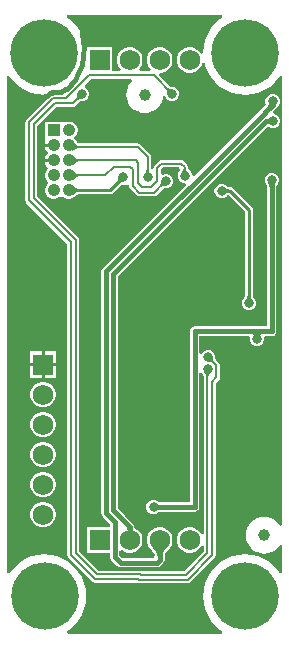
<source format=gbr>
G04*
G04 #@! TF.GenerationSoftware,Altium Limited,Altium Designer,24.5.2 (23)*
G04*
G04 Layer_Physical_Order=2*
G04 Layer_Color=16711680*
%FSLAX25Y25*%
%MOIN*%
G70*
G04*
G04 #@! TF.SameCoordinates,31991F0E-98CA-4A4E-B794-B5AF52ABA4E1*
G04*
G04*
G04 #@! TF.FilePolarity,Positive*
G04*
G01*
G75*
%ADD11C,0.01000*%
%ADD25C,0.03937*%
%ADD45C,0.00800*%
%ADD48C,0.03150*%
%ADD50C,0.01500*%
%ADD51C,0.22441*%
%ADD52R,0.06890X0.06890*%
%ADD53C,0.06890*%
%ADD54R,0.06890X0.06890*%
%ADD55C,0.04200*%
%ADD56R,0.04200X0.04200*%
G36*
X73189Y206575D02*
X72514Y206161D01*
X70851Y204740D01*
X69430Y203076D01*
X68287Y201211D01*
X67450Y199190D01*
X66939Y197063D01*
X66767Y194882D01*
X66780Y194722D01*
X65996Y194479D01*
X65641Y195095D01*
X64850Y195885D01*
X63883Y196444D01*
X62803Y196733D01*
X61685D01*
X60606Y196444D01*
X59638Y195885D01*
X58847Y195095D01*
X58289Y194127D01*
X57999Y193047D01*
Y191929D01*
X58289Y190850D01*
X58847Y189882D01*
X59638Y189091D01*
X60606Y188533D01*
X61685Y188243D01*
X62803D01*
X63883Y188533D01*
X64850Y189091D01*
X65641Y189882D01*
X66200Y190850D01*
X66390Y191560D01*
X67215Y191549D01*
X67450Y190574D01*
X68287Y188553D01*
X69430Y186687D01*
X70851Y185024D01*
X72514Y183603D01*
X74379Y182460D01*
X76401Y181623D01*
X78528Y181112D01*
X80709Y180940D01*
X82890Y181112D01*
X85017Y181623D01*
X87038Y182460D01*
X88903Y183603D01*
X90567Y185024D01*
X91988Y186687D01*
X92374Y187319D01*
X93174Y187093D01*
Y37404D01*
X92374Y37204D01*
X92221Y37492D01*
X91459Y38420D01*
X90530Y39182D01*
X89471Y39748D01*
X88321Y40097D01*
X87126Y40215D01*
X85931Y40097D01*
X84781Y39748D01*
X83722Y39182D01*
X82793Y38420D01*
X82031Y37492D01*
X81465Y36432D01*
X81116Y35283D01*
X80999Y34087D01*
X81116Y32892D01*
X81465Y31743D01*
X82031Y30683D01*
X82793Y29755D01*
X83722Y28993D01*
X84781Y28427D01*
X85931Y28078D01*
X87126Y27960D01*
X88321Y28078D01*
X89471Y28427D01*
X90530Y28993D01*
X91459Y29755D01*
X92221Y30683D01*
X92374Y30971D01*
X93174Y30771D01*
Y21568D01*
X92374Y21342D01*
X91988Y21974D01*
X90567Y23638D01*
X88903Y25058D01*
X87038Y26201D01*
X85017Y27039D01*
X82890Y27549D01*
X80709Y27721D01*
X78528Y27549D01*
X76401Y27039D01*
X74379Y26201D01*
X72514Y25058D01*
X70851Y23638D01*
X69430Y21974D01*
X68287Y20109D01*
X67450Y18088D01*
X66939Y15960D01*
X66767Y13780D01*
X66939Y11599D01*
X67450Y9471D01*
X68287Y7450D01*
X69430Y5585D01*
X70851Y3921D01*
X72514Y2501D01*
X73126Y2125D01*
X72901Y1326D01*
X21587D01*
X21362Y2125D01*
X21974Y2501D01*
X23638Y3921D01*
X25058Y5585D01*
X26201Y7450D01*
X27039Y9471D01*
X27549Y11599D01*
X27721Y13780D01*
X27549Y15960D01*
X27039Y18088D01*
X26201Y20109D01*
X25058Y21974D01*
X23638Y23638D01*
X21974Y25058D01*
X20109Y26201D01*
X18088Y27039D01*
X15960Y27549D01*
X13780Y27721D01*
X11599Y27549D01*
X9471Y27039D01*
X7450Y26201D01*
X5585Y25058D01*
X3921Y23638D01*
X2501Y21974D01*
X2125Y21362D01*
X1326Y21587D01*
Y187074D01*
X2125Y187300D01*
X2501Y186687D01*
X3921Y185024D01*
X5585Y183603D01*
X7450Y182460D01*
X9471Y181623D01*
X11599Y181112D01*
X13780Y180940D01*
X15081Y181043D01*
X15438Y180269D01*
X7835Y172665D01*
X7570Y172268D01*
X7476Y171800D01*
Y145800D01*
X7570Y145332D01*
X7835Y144935D01*
X21476Y131293D01*
Y27537D01*
X21570Y27069D01*
X21835Y26672D01*
X29872Y18635D01*
X30269Y18370D01*
X30737Y18277D01*
X44709D01*
X44869Y18170D01*
X45337Y18077D01*
X61563D01*
X62031Y18170D01*
X62428Y18435D01*
X70565Y26572D01*
X70830Y26969D01*
X70924Y27437D01*
Y84793D01*
X71965Y85835D01*
X72230Y86232D01*
X72324Y86700D01*
Y90800D01*
X72230Y91268D01*
X71965Y91665D01*
X70960Y92671D01*
X70946Y92689D01*
X70917Y92739D01*
X70889Y92801D01*
X70862Y92876D01*
X70838Y92965D01*
X70817Y93070D01*
X70802Y93191D01*
X70793Y93326D01*
X70790Y93496D01*
X70775Y93568D01*
Y93972D01*
X70413Y94845D01*
X69745Y95513D01*
X68872Y95875D01*
X67928D01*
X67055Y95513D01*
X66387Y94845D01*
X66280Y94588D01*
X65480Y94748D01*
Y100520D01*
X81997D01*
X82325Y100029D01*
Y99084D01*
X82687Y98211D01*
X83355Y97543D01*
X84228Y97182D01*
X85172D01*
X86045Y97543D01*
X86713Y98211D01*
X87075Y99084D01*
Y100029D01*
X87403Y100520D01*
X89600D01*
X90205Y100640D01*
X90718Y100982D01*
X91060Y101495D01*
X91180Y102100D01*
Y150450D01*
X91189Y150518D01*
X91204Y150603D01*
X91221Y150671D01*
X91239Y150723D01*
X91254Y150759D01*
X91267Y150781D01*
X91273Y150790D01*
X91308Y150829D01*
X91338Y150880D01*
X91613Y151155D01*
X91975Y152028D01*
Y152972D01*
X91613Y153845D01*
X90945Y154513D01*
X90072Y154875D01*
X89128D01*
X88255Y154513D01*
X87587Y153845D01*
X87225Y152972D01*
Y152028D01*
X87587Y151155D01*
X87862Y150880D01*
X87892Y150829D01*
X87927Y150790D01*
X87933Y150781D01*
X87946Y150759D01*
X87961Y150723D01*
X87979Y150671D01*
X87996Y150603D01*
X88009Y150529D01*
X88020Y150419D01*
Y103680D01*
X63900D01*
X63295Y103560D01*
X62783Y103217D01*
X62440Y102705D01*
X62320Y102100D01*
Y45080D01*
X52250D01*
X52182Y45089D01*
X52097Y45104D01*
X52029Y45121D01*
X51977Y45139D01*
X51941Y45155D01*
X51919Y45167D01*
X51910Y45173D01*
X51871Y45208D01*
X51820Y45238D01*
X51545Y45513D01*
X50672Y45875D01*
X49728D01*
X48855Y45513D01*
X48187Y44845D01*
X47825Y43972D01*
Y43028D01*
X48187Y42155D01*
X48855Y41487D01*
X49728Y41125D01*
X50672D01*
X51545Y41487D01*
X51820Y41762D01*
X51871Y41792D01*
X51910Y41827D01*
X51919Y41833D01*
X51941Y41846D01*
X51977Y41861D01*
X52029Y41879D01*
X52097Y41896D01*
X52171Y41909D01*
X52281Y41920D01*
X63900D01*
X64505Y42040D01*
X65017Y42382D01*
X65360Y42895D01*
X65480Y43500D01*
Y88060D01*
X66280Y88219D01*
X66286Y88206D01*
X66425Y88067D01*
X66519Y87943D01*
X66691Y87684D01*
X66747Y87583D01*
X66795Y87484D01*
X66832Y87395D01*
X66857Y87317D01*
X66873Y87251D01*
X66877Y87226D01*
Y68363D01*
Y34554D01*
X66076Y34340D01*
X65641Y35095D01*
X64850Y35885D01*
X63883Y36444D01*
X62803Y36733D01*
X61685D01*
X60606Y36444D01*
X59638Y35885D01*
X58847Y35095D01*
X58289Y34127D01*
X57999Y33047D01*
Y31929D01*
X58289Y30850D01*
X58847Y29882D01*
X59638Y29091D01*
X60606Y28533D01*
X61685Y28243D01*
X62803D01*
X63883Y28533D01*
X64850Y29091D01*
X65641Y29882D01*
X66076Y30636D01*
X66877Y30422D01*
Y28607D01*
X60393Y22124D01*
X46428D01*
X46268Y22230D01*
X45800Y22323D01*
X31907D01*
X25523Y28707D01*
Y132600D01*
X25430Y133068D01*
X25165Y133465D01*
X11524Y147107D01*
Y170631D01*
X17770Y176876D01*
X23300D01*
X23768Y176970D01*
X24165Y177235D01*
X25571Y178640D01*
X25589Y178654D01*
X25639Y178683D01*
X25701Y178711D01*
X25776Y178738D01*
X25865Y178762D01*
X25970Y178783D01*
X26091Y178798D01*
X26226Y178807D01*
X26396Y178810D01*
X26469Y178825D01*
X26872D01*
X27745Y179187D01*
X28413Y179855D01*
X28775Y180728D01*
Y181672D01*
X28413Y182545D01*
X27745Y183213D01*
X27413Y183351D01*
X27225Y184295D01*
X29205Y186274D01*
X42780D01*
X43066Y185474D01*
X42893Y185333D01*
X42131Y184404D01*
X41565Y183345D01*
X41216Y182195D01*
X41099Y181000D01*
X41216Y179805D01*
X41565Y178655D01*
X42131Y177596D01*
X42893Y176667D01*
X43822Y175905D01*
X44881Y175339D01*
X46031Y174990D01*
X47226Y174873D01*
X48421Y174990D01*
X49571Y175339D01*
X50630Y175905D01*
X51559Y176667D01*
X52321Y177596D01*
X52887Y178655D01*
X53236Y179805D01*
X53310Y180561D01*
X54117Y180589D01*
X54411Y179879D01*
X55079Y179211D01*
X55952Y178849D01*
X56896D01*
X57769Y179211D01*
X58437Y179879D01*
X58799Y180752D01*
Y181696D01*
X58437Y182569D01*
X57769Y183237D01*
X56896Y183599D01*
X56493D01*
X56420Y183614D01*
X56250Y183617D01*
X56115Y183626D01*
X55994Y183641D01*
X55889Y183662D01*
X55800Y183686D01*
X55725Y183713D01*
X55663Y183741D01*
X55613Y183770D01*
X55595Y183784D01*
X51935Y187443D01*
X52266Y188243D01*
X52803D01*
X53883Y188533D01*
X54851Y189091D01*
X55641Y189882D01*
X56200Y190850D01*
X56489Y191929D01*
Y193047D01*
X56200Y194127D01*
X55641Y195095D01*
X54851Y195885D01*
X53883Y196444D01*
X52803Y196733D01*
X51685D01*
X50606Y196444D01*
X49638Y195885D01*
X48847Y195095D01*
X48289Y194127D01*
X47999Y193047D01*
Y191929D01*
X48289Y190850D01*
X48847Y189882D01*
X49208Y189521D01*
X48876Y188721D01*
X45612D01*
X45280Y189521D01*
X45641Y189882D01*
X46200Y190850D01*
X46489Y191929D01*
Y193047D01*
X46200Y194127D01*
X45641Y195095D01*
X44851Y195885D01*
X43883Y196444D01*
X42803Y196733D01*
X41685D01*
X40606Y196444D01*
X39638Y195885D01*
X38847Y195095D01*
X38289Y194127D01*
X37999Y193047D01*
Y191929D01*
X38289Y190850D01*
X38847Y189882D01*
X39208Y189521D01*
X38876Y188721D01*
X36489D01*
Y196733D01*
X28245Y196733D01*
X27826Y196932D01*
X27487Y197321D01*
X27039Y199190D01*
X26201Y201211D01*
X25058Y203076D01*
X23638Y204740D01*
X21974Y206161D01*
X21299Y206575D01*
X21524Y207375D01*
X72964D01*
X73189Y206575D01*
D02*
G37*
G36*
X55059Y183164D02*
X55168Y183086D01*
X55286Y183017D01*
X55415Y182957D01*
X55555Y182907D01*
X55705Y182867D01*
X55865Y182835D01*
X56036Y182814D01*
X56217Y182801D01*
X56408Y182799D01*
X54849Y181240D01*
X54847Y181431D01*
X54834Y181612D01*
X54813Y181783D01*
X54782Y181943D01*
X54741Y182093D01*
X54691Y182233D01*
X54631Y182362D01*
X54562Y182480D01*
X54484Y182589D01*
X54396Y182686D01*
X54962Y183252D01*
X55059Y183164D01*
D02*
G37*
G36*
X26384Y179625D02*
X26193Y179622D01*
X26012Y179610D01*
X25841Y179589D01*
X25681Y179558D01*
X25531Y179517D01*
X25391Y179467D01*
X25262Y179407D01*
X25144Y179338D01*
X25036Y179260D01*
X24938Y179172D01*
X24372Y179738D01*
X24460Y179835D01*
X24538Y179944D01*
X24607Y180062D01*
X24667Y180191D01*
X24717Y180331D01*
X24757Y180481D01*
X24789Y180641D01*
X24810Y180812D01*
X24823Y180993D01*
X24825Y181184D01*
X26384Y179625D01*
D02*
G37*
G36*
X90635Y151301D02*
X90575Y151217D01*
X90523Y151122D01*
X90477Y151017D01*
X90438Y150901D01*
X90406Y150776D01*
X90382Y150640D01*
X90364Y150494D01*
X90354Y150337D01*
X90350Y150170D01*
X88850D01*
X88846Y150337D01*
X88818Y150640D01*
X88794Y150776D01*
X88762Y150901D01*
X88723Y151017D01*
X88677Y151122D01*
X88625Y151217D01*
X88565Y151301D01*
X88498Y151375D01*
X90702D01*
X90635Y151301D01*
D02*
G37*
G36*
X86950Y101350D02*
X86665Y101335D01*
X86410Y101290D01*
X86185Y101215D01*
X85990Y101110D01*
X85825Y100975D01*
X85694Y100814D01*
X85735Y100756D01*
X85802Y100681D01*
X85621D01*
X85585Y100615D01*
X85510Y100390D01*
X85465Y100135D01*
X85450Y99850D01*
X83950D01*
X83935Y100135D01*
X83890Y100390D01*
X83815Y100615D01*
X83779Y100681D01*
X83598D01*
X83665Y100756D01*
X83706Y100814D01*
X83575Y100975D01*
X83410Y101110D01*
X83215Y101215D01*
X82990Y101290D01*
X82735Y101335D01*
X82450Y101350D01*
X84700Y102850D01*
X86950Y101350D01*
D02*
G37*
G36*
X69977Y93293D02*
X69990Y93112D01*
X70011Y92941D01*
X70043Y92781D01*
X70083Y92631D01*
X70133Y92491D01*
X70193Y92362D01*
X70262Y92244D01*
X70340Y92136D01*
X70428Y92038D01*
X69862Y91472D01*
X69765Y91560D01*
X69656Y91638D01*
X69538Y91707D01*
X69409Y91767D01*
X69269Y91817D01*
X69119Y91857D01*
X68959Y91889D01*
X68788Y91910D01*
X68607Y91922D01*
X68416Y91925D01*
X69975Y93484D01*
X69977Y93293D01*
D02*
G37*
G36*
X69250Y88297D02*
X69108Y88182D01*
X68980Y88065D01*
X68868Y87945D01*
X68770Y87823D01*
X68688Y87699D01*
X68620Y87573D01*
X68568Y87444D01*
X68530Y87313D01*
X68507Y87180D01*
X68500Y87045D01*
X67700Y87150D01*
X67694Y87276D01*
X67674Y87405D01*
X67643Y87539D01*
X67598Y87675D01*
X67541Y87816D01*
X67471Y87960D01*
X67388Y88109D01*
X67184Y88416D01*
X67063Y88575D01*
X69250Y88297D01*
D02*
G37*
G36*
X51399Y44535D02*
X51483Y44475D01*
X51578Y44423D01*
X51683Y44377D01*
X51799Y44338D01*
X51924Y44306D01*
X52060Y44282D01*
X52206Y44264D01*
X52363Y44254D01*
X52530Y44250D01*
Y42750D01*
X52363Y42746D01*
X52060Y42718D01*
X51924Y42694D01*
X51799Y42662D01*
X51683Y42623D01*
X51578Y42577D01*
X51483Y42524D01*
X51399Y42465D01*
X51325Y42398D01*
Y44602D01*
X51399Y44535D01*
D02*
G37*
%LPC*%
G36*
X90372Y181075D02*
X89428D01*
X88555Y180713D01*
X87887Y180045D01*
X87525Y179172D01*
Y178228D01*
X87747Y177691D01*
X87723Y177658D01*
X85786Y175721D01*
X63775Y153710D01*
X62975Y154041D01*
Y154472D01*
X62613Y155345D01*
X62328Y155631D01*
X62287Y155693D01*
X62169Y155815D01*
X62080Y155917D01*
X62005Y156013D01*
X61946Y156102D01*
X61899Y156182D01*
X61865Y156254D01*
X61842Y156318D01*
X61827Y156374D01*
X61823Y156396D01*
Y156800D01*
X61730Y157268D01*
X61465Y157665D01*
X60365Y158765D01*
X59968Y159030D01*
X59500Y159124D01*
X52800D01*
X52332Y159030D01*
X51935Y158765D01*
X50635Y157465D01*
X50370Y157068D01*
X50276Y156600D01*
X49477Y156229D01*
X49452Y156249D01*
X49424Y156316D01*
Y160200D01*
X49330Y160668D01*
X49065Y161065D01*
X45765Y164365D01*
X45368Y164630D01*
X44900Y164724D01*
X25256D01*
X25210Y164733D01*
X25154Y164754D01*
X25090Y164787D01*
X25017Y164838D01*
X24935Y164910D01*
X24844Y165008D01*
X24747Y165132D01*
X24645Y165285D01*
X24530Y165485D01*
X24480Y165542D01*
X24292Y165869D01*
X24110Y166051D01*
X23842Y166588D01*
X24110Y167126D01*
X24292Y167307D01*
X24674Y167969D01*
X24871Y168706D01*
Y169470D01*
X24674Y170208D01*
X24292Y170869D01*
X23752Y171409D01*
X23091Y171791D01*
X22353Y171988D01*
X21589D01*
X20852Y171791D01*
X20671Y171686D01*
X19871Y171988D01*
Y171988D01*
X14071D01*
Y166188D01*
X14071D01*
X14142Y165388D01*
X14083Y165285D01*
X13896Y164588D01*
X16971D01*
Y163588D01*
X13896D01*
X14083Y162892D01*
X14491Y162185D01*
X14558Y162118D01*
X15050Y161588D01*
X14558Y161058D01*
X14491Y160992D01*
X14083Y160285D01*
X13896Y159588D01*
X16971D01*
Y158588D01*
X13896D01*
X14083Y157892D01*
X14491Y157185D01*
X14696Y156979D01*
X15049Y156572D01*
X14686Y155904D01*
X14651Y155869D01*
X14269Y155208D01*
X14071Y154470D01*
Y153706D01*
X14269Y152969D01*
X14651Y152307D01*
X14832Y152126D01*
X15101Y151588D01*
X14832Y151051D01*
X14651Y150869D01*
X14269Y150207D01*
X14071Y149470D01*
Y148706D01*
X14269Y147969D01*
X14651Y147308D01*
X15191Y146768D01*
X15852Y146386D01*
X16590Y146188D01*
X17353D01*
X18091Y146386D01*
X18752Y146768D01*
X18934Y146949D01*
X19471Y147218D01*
X20009Y146949D01*
X20191Y146768D01*
X20852Y146386D01*
X21589Y146188D01*
X22353D01*
X23091Y146386D01*
X23752Y146768D01*
X23978Y146993D01*
X24040Y147034D01*
X24215Y147204D01*
X24369Y147340D01*
X24516Y147456D01*
X24654Y147551D01*
X24783Y147627D01*
X24901Y147684D01*
X25008Y147725D01*
X25104Y147752D01*
X25168Y147763D01*
X35808D01*
X36315Y147864D01*
X36745Y148151D01*
X39372Y150778D01*
X39392Y150793D01*
X39451Y150831D01*
X39514Y150864D01*
X39582Y150893D01*
X39658Y150918D01*
X39741Y150937D01*
X39834Y150952D01*
X39937Y150961D01*
X40076Y150964D01*
X40145Y150980D01*
X40546D01*
X41177Y151241D01*
X41976Y150853D01*
Y150600D01*
X42070Y150132D01*
X42335Y149735D01*
X44635Y147435D01*
X45032Y147170D01*
X45500Y147076D01*
X50400D01*
X50868Y147170D01*
X51265Y147435D01*
X53424Y149594D01*
X53441Y149606D01*
X53484Y149630D01*
X53536Y149653D01*
X53600Y149673D01*
X53678Y149690D01*
X53770Y149702D01*
X53878Y149709D01*
X53887Y149709D01*
X53904Y149702D01*
X54081D01*
X54161Y149696D01*
X54207Y149702D01*
X54849D01*
X55722Y150063D01*
X56390Y150731D01*
X56751Y151604D01*
Y152549D01*
X56390Y153422D01*
X55722Y154090D01*
X54849Y154451D01*
X53904D01*
X53523Y154294D01*
X52723Y154827D01*
Y156093D01*
X53307Y156676D01*
X58686D01*
X58755Y156632D01*
X58808Y156587D01*
X59084Y155876D01*
X59031Y155815D01*
X58913Y155693D01*
X58872Y155631D01*
X58587Y155345D01*
X58225Y154472D01*
Y153528D01*
X58587Y152655D01*
X59255Y151987D01*
X60128Y151625D01*
X60559D01*
X60890Y150825D01*
X33283Y123217D01*
X32940Y122705D01*
X32820Y122100D01*
Y120700D01*
Y41400D01*
X32940Y40795D01*
X33283Y40282D01*
X35669Y37896D01*
Y36733D01*
X27999D01*
Y28243D01*
X35669D01*
Y26951D01*
X35789Y26346D01*
X36132Y25833D01*
X38083Y23882D01*
X38595Y23540D01*
X39200Y23420D01*
X51300D01*
X51905Y23540D01*
X52417Y23882D01*
X53417Y24882D01*
X53760Y25395D01*
X53880Y26000D01*
Y27259D01*
X53911Y27431D01*
X53970Y27635D01*
X54058Y27856D01*
X54177Y28094D01*
X54329Y28347D01*
X54508Y28606D01*
X54994Y29197D01*
X55287Y29506D01*
X55324Y29565D01*
X55641Y29882D01*
X56200Y30850D01*
X56489Y31929D01*
Y33047D01*
X56200Y34127D01*
X55641Y35095D01*
X54851Y35885D01*
X53883Y36444D01*
X52803Y36733D01*
X51685D01*
X50606Y36444D01*
X49638Y35885D01*
X48847Y35095D01*
X48289Y34127D01*
X47999Y33047D01*
Y31929D01*
X48289Y30850D01*
X48847Y29882D01*
X49256Y29473D01*
X49299Y29410D01*
X49604Y29108D01*
X49860Y28828D01*
X50082Y28558D01*
X50269Y28300D01*
X50421Y28055D01*
X50541Y27824D01*
X50629Y27608D01*
X50688Y27408D01*
X50697Y27359D01*
X50262Y26580D01*
X39855D01*
X38830Y27605D01*
Y28768D01*
X39630Y29100D01*
X39638Y29091D01*
X40606Y28533D01*
X41685Y28243D01*
X42803D01*
X43883Y28533D01*
X44851Y29091D01*
X45641Y29882D01*
X46200Y30850D01*
X46489Y31929D01*
Y33047D01*
X46200Y34127D01*
X45641Y35095D01*
X44851Y35885D01*
X43883Y36444D01*
X43824Y36459D01*
Y36756D01*
X43704Y37361D01*
X43362Y37873D01*
X40773Y40462D01*
X40667Y40621D01*
X38280Y43007D01*
Y120493D01*
X88265Y170477D01*
X88555Y170187D01*
X89428Y169825D01*
X90372D01*
X91245Y170187D01*
X91913Y170855D01*
X92275Y171728D01*
Y172672D01*
X91913Y173545D01*
X91245Y174213D01*
X90372Y174575D01*
X90241D01*
X89910Y175375D01*
X91018Y176482D01*
X91119Y176635D01*
X91245Y176687D01*
X91913Y177355D01*
X92275Y178228D01*
Y179172D01*
X91913Y180045D01*
X91245Y180713D01*
X90372Y181075D01*
D02*
G37*
G36*
X73372Y151275D02*
X72428D01*
X71555Y150913D01*
X70887Y150245D01*
X70525Y149372D01*
Y148428D01*
X70887Y147555D01*
X71555Y146887D01*
X72428Y146525D01*
X73372D01*
X74245Y146887D01*
X74529Y147170D01*
X74589Y147209D01*
X74689Y147305D01*
X74768Y147371D01*
X74844Y147426D01*
X74918Y147471D01*
X74988Y147507D01*
X75057Y147535D01*
X75125Y147556D01*
X75194Y147571D01*
X75195Y147572D01*
X80674Y142092D01*
Y113718D01*
X80671Y113693D01*
X80656Y113625D01*
X80635Y113557D01*
X80607Y113488D01*
X80571Y113418D01*
X80526Y113344D01*
X80471Y113268D01*
X80405Y113189D01*
X80309Y113089D01*
X80270Y113029D01*
X79987Y112745D01*
X79625Y111872D01*
Y110928D01*
X79987Y110055D01*
X80655Y109387D01*
X81528Y109025D01*
X82472D01*
X83345Y109387D01*
X84013Y110055D01*
X84375Y110928D01*
Y111872D01*
X84013Y112745D01*
X83730Y113029D01*
X83691Y113089D01*
X83595Y113189D01*
X83529Y113268D01*
X83474Y113344D01*
X83429Y113418D01*
X83393Y113488D01*
X83365Y113557D01*
X83344Y113625D01*
X83329Y113693D01*
X83325Y113718D01*
Y142641D01*
X83225Y143148D01*
X82937Y143578D01*
X76678Y149837D01*
X76248Y150125D01*
X75741Y150225D01*
X75218D01*
X75194Y150229D01*
X75125Y150244D01*
X75057Y150265D01*
X74988Y150293D01*
X74918Y150329D01*
X74844Y150374D01*
X74768Y150429D01*
X74689Y150495D01*
X74589Y150591D01*
X74529Y150630D01*
X74245Y150913D01*
X73372Y151275D01*
D02*
G37*
G36*
X17845Y95445D02*
X13900D01*
Y91500D01*
X17845D01*
Y95445D01*
D02*
G37*
G36*
X12900D02*
X8955D01*
Y91500D01*
X12900D01*
Y95445D01*
D02*
G37*
G36*
X17845Y90500D02*
X13900D01*
Y86555D01*
X17845D01*
Y90500D01*
D02*
G37*
G36*
X12900D02*
X8955D01*
Y86555D01*
X12900D01*
Y90500D01*
D02*
G37*
G36*
X13959Y85245D02*
X12841D01*
X11761Y84956D01*
X10794Y84397D01*
X10003Y83606D01*
X9444Y82639D01*
X9155Y81559D01*
Y80441D01*
X9444Y79361D01*
X10003Y78394D01*
X10794Y77603D01*
X11761Y77044D01*
X12841Y76755D01*
X13959D01*
X15039Y77044D01*
X16006Y77603D01*
X16797Y78394D01*
X17356Y79361D01*
X17645Y80441D01*
Y81559D01*
X17356Y82639D01*
X16797Y83606D01*
X16006Y84397D01*
X15039Y84956D01*
X13959Y85245D01*
D02*
G37*
G36*
Y75245D02*
X12841D01*
X11761Y74956D01*
X10794Y74397D01*
X10003Y73606D01*
X9444Y72638D01*
X9155Y71559D01*
Y70441D01*
X9444Y69362D01*
X10003Y68394D01*
X10794Y67603D01*
X11761Y67044D01*
X12841Y66755D01*
X13959D01*
X15039Y67044D01*
X16006Y67603D01*
X16797Y68394D01*
X17356Y69362D01*
X17645Y70441D01*
Y71559D01*
X17356Y72638D01*
X16797Y73606D01*
X16006Y74397D01*
X15039Y74956D01*
X13959Y75245D01*
D02*
G37*
G36*
Y65245D02*
X12841D01*
X11761Y64956D01*
X10794Y64397D01*
X10003Y63606D01*
X9444Y62638D01*
X9155Y61559D01*
Y60441D01*
X9444Y59361D01*
X10003Y58394D01*
X10794Y57603D01*
X11761Y57044D01*
X12841Y56755D01*
X13959D01*
X15039Y57044D01*
X16006Y57603D01*
X16797Y58394D01*
X17356Y59361D01*
X17645Y60441D01*
Y61559D01*
X17356Y62638D01*
X16797Y63606D01*
X16006Y64397D01*
X15039Y64956D01*
X13959Y65245D01*
D02*
G37*
G36*
Y55245D02*
X12841D01*
X11761Y54956D01*
X10794Y54397D01*
X10003Y53606D01*
X9444Y52639D01*
X9155Y51559D01*
Y50441D01*
X9444Y49362D01*
X10003Y48394D01*
X10794Y47603D01*
X11761Y47044D01*
X12841Y46755D01*
X13959D01*
X15039Y47044D01*
X16006Y47603D01*
X16797Y48394D01*
X17356Y49362D01*
X17645Y50441D01*
Y51559D01*
X17356Y52639D01*
X16797Y53606D01*
X16006Y54397D01*
X15039Y54956D01*
X13959Y55245D01*
D02*
G37*
G36*
Y45245D02*
X12841D01*
X11761Y44956D01*
X10794Y44397D01*
X10003Y43606D01*
X9444Y42638D01*
X9155Y41559D01*
Y40441D01*
X9444Y39362D01*
X10003Y38394D01*
X10794Y37603D01*
X11761Y37044D01*
X12841Y36755D01*
X13959D01*
X15039Y37044D01*
X16006Y37603D01*
X16797Y38394D01*
X17356Y39362D01*
X17645Y40441D01*
Y41559D01*
X17356Y42638D01*
X16797Y43606D01*
X16006Y44397D01*
X15039Y44956D01*
X13959Y45245D01*
D02*
G37*
%LPD*%
G36*
X90605Y177292D02*
X89344Y175983D01*
X88138Y176899D01*
X88254Y177021D01*
X88354Y177139D01*
X88436Y177252D01*
X88502Y177360D01*
X88550Y177463D01*
X88582Y177562D01*
X88597Y177656D01*
X88594Y177745D01*
X88575Y177829D01*
X88538Y177909D01*
X90605Y177292D01*
D02*
G37*
G36*
X23951Y164855D02*
X24085Y164655D01*
X24223Y164478D01*
X24366Y164324D01*
X24513Y164195D01*
X24666Y164089D01*
X24823Y164006D01*
X24985Y163947D01*
X25151Y163912D01*
X25323Y163900D01*
X25084Y163100D01*
X24958Y163092D01*
X24814Y163066D01*
X24652Y163024D01*
X24471Y162965D01*
X24054Y162796D01*
X23563Y162560D01*
X22999Y162257D01*
X23823Y165079D01*
X23951Y164855D01*
D02*
G37*
G36*
X23678Y160355D02*
X24075Y160012D01*
X24266Y159873D01*
X24451Y159756D01*
X24630Y159659D01*
X24804Y159584D01*
X24973Y159531D01*
X25135Y159499D01*
X25293Y159488D01*
Y158688D01*
X25135Y158677D01*
X24973Y158645D01*
X24804Y158592D01*
X24630Y158517D01*
X24451Y158421D01*
X24266Y158303D01*
X24075Y158164D01*
X23879Y158003D01*
X23471Y157618D01*
Y160558D01*
X23678Y160355D01*
D02*
G37*
G36*
X61007Y156337D02*
X61028Y156205D01*
X61063Y156072D01*
X61112Y155939D01*
X61176Y155805D01*
X61253Y155670D01*
X61344Y155535D01*
X61449Y155399D01*
X61569Y155262D01*
X61702Y155125D01*
X59498D01*
X59631Y155262D01*
X59750Y155399D01*
X59856Y155535D01*
X59947Y155670D01*
X60024Y155805D01*
X60088Y155939D01*
X60137Y156072D01*
X60172Y156205D01*
X60193Y156337D01*
X60200Y156468D01*
X61000D01*
X61007Y156337D01*
D02*
G37*
G36*
X48607Y155691D02*
X48628Y155559D01*
X48663Y155427D01*
X48712Y155293D01*
X48776Y155159D01*
X48853Y155025D01*
X48944Y154889D01*
X49049Y154753D01*
X49169Y154616D01*
X49302Y154479D01*
X47098D01*
X47231Y154616D01*
X47350Y154753D01*
X47456Y154889D01*
X47547Y155025D01*
X47624Y155159D01*
X47688Y155293D01*
X47737Y155427D01*
X47772Y155559D01*
X47793Y155691D01*
X47800Y155823D01*
X48600D01*
X48607Y155691D01*
D02*
G37*
G36*
X23678Y155355D02*
X24075Y155013D01*
X24266Y154873D01*
X24451Y154756D01*
X24630Y154659D01*
X24804Y154585D01*
X24973Y154531D01*
X25135Y154499D01*
X25293Y154488D01*
Y153688D01*
X25135Y153677D01*
X24973Y153645D01*
X24804Y153592D01*
X24630Y153517D01*
X24451Y153421D01*
X24266Y153303D01*
X24075Y153164D01*
X23879Y153003D01*
X23471Y152618D01*
Y155558D01*
X23678Y155355D01*
D02*
G37*
G36*
X40058Y151780D02*
X39893Y151776D01*
X39734Y151762D01*
X39582Y151738D01*
X39437Y151703D01*
X39298Y151658D01*
X39166Y151603D01*
X39040Y151537D01*
X38921Y151461D01*
X38809Y151374D01*
X38704Y151277D01*
X37996Y151984D01*
X38094Y152090D01*
X38180Y152202D01*
X38256Y152321D01*
X38322Y152446D01*
X38378Y152578D01*
X38423Y152717D01*
X38458Y152863D01*
X38482Y153015D01*
X38496Y153173D01*
X38499Y153339D01*
X40058Y151780D01*
D02*
G37*
G36*
X54219Y150509D02*
X54034Y150523D01*
X53859Y150525D01*
X53692Y150515D01*
X53535Y150494D01*
X53388Y150461D01*
X53250Y150417D01*
X53122Y150362D01*
X53003Y150295D01*
X52893Y150217D01*
X52793Y150127D01*
X52280Y150745D01*
X52365Y150840D01*
X52443Y150946D01*
X52514Y151064D01*
X52578Y151192D01*
X52634Y151332D01*
X52683Y151484D01*
X52725Y151646D01*
X52760Y151820D01*
X52807Y152202D01*
X54219Y150509D01*
D02*
G37*
G36*
X23660Y150374D02*
X24032Y150064D01*
X24215Y149937D01*
X24396Y149831D01*
X24575Y149743D01*
X24752Y149676D01*
X24927Y149627D01*
X25100Y149598D01*
X25271Y149588D01*
Y148588D01*
X25100Y148579D01*
X24927Y148549D01*
X24752Y148501D01*
X24575Y148433D01*
X24396Y148346D01*
X24215Y148239D01*
X24032Y148113D01*
X23847Y147967D01*
X23660Y147802D01*
X23471Y147618D01*
Y150558D01*
X23660Y150374D01*
D02*
G37*
G36*
X42996Y36585D02*
X43028Y36171D01*
X43047Y36067D01*
X43070Y35979D01*
X43097Y35908D01*
X43128Y35855D01*
X43164Y35817D01*
X43204Y35797D01*
X41284D01*
X41324Y35817D01*
X41360Y35855D01*
X41391Y35908D01*
X41418Y35979D01*
X41442Y36067D01*
X41460Y36171D01*
X41475Y36292D01*
X41492Y36585D01*
X41494Y36756D01*
X42994D01*
X42996Y36585D01*
D02*
G37*
G36*
X54382Y29738D02*
X53856Y29098D01*
X53642Y28789D01*
X53461Y28486D01*
X53313Y28190D01*
X53198Y27900D01*
X53116Y27617D01*
X53066Y27341D01*
X53050Y27072D01*
X51550Y27047D01*
X51533Y27320D01*
X51483Y27597D01*
X51399Y27879D01*
X51282Y28166D01*
X51131Y28458D01*
X50946Y28755D01*
X50728Y29056D01*
X50477Y29362D01*
X50192Y29673D01*
X49873Y29989D01*
X54695Y30068D01*
X54382Y29738D01*
D02*
G37*
G36*
X74144Y149888D02*
X74266Y149785D01*
X74391Y149695D01*
X74518Y149617D01*
X74648Y149551D01*
X74781Y149496D01*
X74916Y149454D01*
X75054Y149424D01*
X75195Y149406D01*
X75338Y149400D01*
Y148400D01*
X75195Y148394D01*
X75054Y148376D01*
X74916Y148346D01*
X74781Y148304D01*
X74648Y148249D01*
X74518Y148183D01*
X74391Y148105D01*
X74266Y148014D01*
X74144Y147912D01*
X74025Y147798D01*
Y150002D01*
X74144Y149888D01*
D02*
G37*
G36*
X82506Y113695D02*
X82524Y113554D01*
X82554Y113416D01*
X82596Y113281D01*
X82651Y113148D01*
X82717Y113018D01*
X82795Y112891D01*
X82885Y112766D01*
X82988Y112644D01*
X83102Y112525D01*
X80898D01*
X81012Y112644D01*
X81115Y112766D01*
X81205Y112891D01*
X81283Y113018D01*
X81349Y113148D01*
X81404Y113281D01*
X81446Y113416D01*
X81476Y113554D01*
X81494Y113695D01*
X81500Y113838D01*
X82500D01*
X82506Y113695D01*
D02*
G37*
D11*
X35808Y149088D02*
X40074Y153355D01*
X21971Y149088D02*
X35808D01*
X75741Y148900D02*
X82000Y142641D01*
Y111400D02*
Y142641D01*
X72900Y148900D02*
X75741D01*
D25*
X87126Y34087D02*
D03*
X47226Y181000D02*
D03*
D45*
X10300Y171137D02*
X17263Y178100D01*
X23300D02*
X26400Y181200D01*
X17263Y178100D02*
X23300D01*
X8700Y145800D02*
Y171800D01*
Y145800D02*
X22700Y131800D01*
X16600Y179700D02*
X17200D01*
X8700Y171800D02*
X16600Y179700D01*
X17300Y179800D02*
X21000D01*
X17200Y179700D02*
X17300Y179800D01*
X10300Y146600D02*
Y171137D01*
X28698Y187498D02*
X49918D01*
X21000Y179800D02*
X28698Y187498D01*
X68100Y89400D02*
X68275Y89575D01*
X68100Y68363D02*
Y89400D01*
X68275Y89575D02*
X68299Y89552D01*
X10300Y146600D02*
X24300Y132600D01*
Y28200D02*
Y132600D01*
X22700Y27537D02*
Y131800D01*
X68400Y93500D02*
X71100Y90800D01*
Y86700D02*
Y90800D01*
X69700Y85300D02*
X71100Y86700D01*
X69700Y27437D02*
Y85300D01*
X68100Y28100D02*
Y68363D01*
X60900Y20900D02*
X68100Y28100D01*
X30737Y19500D02*
X45137D01*
X45337Y19300D02*
X61563D01*
X22700Y27537D02*
X30737Y19500D01*
X45137D02*
X45337Y19300D01*
X61563D02*
X69700Y27437D01*
X49918Y187498D02*
X50015Y187400D01*
X50248D01*
X56424Y181224D01*
X24300Y28200D02*
X31400Y21100D01*
X45800D01*
X46000Y20900D01*
X60900D01*
X60600Y154000D02*
Y156800D01*
X59500Y157900D02*
X60600Y156800D01*
X52800Y157900D02*
X59500D01*
X51500Y156600D02*
X52800Y157900D01*
X51500Y152200D02*
Y156600D01*
X49400Y150100D02*
X51500Y152200D01*
X46500Y150100D02*
X49400D01*
X50400Y148300D02*
X54176Y152076D01*
X45500Y148300D02*
X50400D01*
X43200Y150600D02*
X45500Y148300D01*
X45000Y151600D02*
X46500Y150100D01*
X45000Y151600D02*
Y158300D01*
X44212Y159088D02*
X45000Y158300D01*
X43200Y150600D02*
Y156100D01*
X42400Y156900D02*
X43200Y156100D01*
X21971Y159088D02*
X44212D01*
X21971Y164088D02*
X22559Y163500D01*
X44900D01*
X48200Y160200D01*
Y153355D02*
Y160200D01*
X54176Y152076D02*
X54376D01*
X37000Y156900D02*
X42400D01*
X34188Y154088D02*
X37000Y156900D01*
X21971Y154088D02*
X34188D01*
D48*
X29232Y198461D02*
D03*
X26772Y203382D02*
D03*
X90748Y95114D02*
D03*
Y85272D02*
D03*
X88287Y80350D02*
D03*
X90748Y75429D02*
D03*
Y65587D02*
D03*
X88287Y60665D02*
D03*
X90748Y55744D02*
D03*
X88287Y50823D02*
D03*
X90748Y45902D02*
D03*
Y26217D02*
D03*
X85827Y114799D02*
D03*
X83366Y80350D02*
D03*
X85827Y65587D02*
D03*
Y55744D02*
D03*
X83366Y50823D02*
D03*
X85827Y45902D02*
D03*
X83366Y40980D02*
D03*
X78445Y60665D02*
D03*
X80905Y55744D02*
D03*
X78445Y50823D02*
D03*
X80905Y45902D02*
D03*
X78445Y40980D02*
D03*
Y31138D02*
D03*
X75984Y55744D02*
D03*
X73524Y50823D02*
D03*
X75984Y45902D02*
D03*
X73524Y40980D02*
D03*
X75984Y36059D02*
D03*
X73524Y31138D02*
D03*
X66142Y203382D02*
D03*
X63681Y198461D02*
D03*
X61221Y203382D02*
D03*
X58760Y198461D02*
D03*
X61221Y104957D02*
D03*
X58760Y100035D02*
D03*
Y90193D02*
D03*
X56299Y203382D02*
D03*
X53839Y198461D02*
D03*
X56299Y104957D02*
D03*
X53839Y100035D02*
D03*
X56299Y95114D02*
D03*
X53839Y90193D02*
D03*
X51378Y203382D02*
D03*
X48917Y198461D02*
D03*
X51378Y144327D02*
D03*
Y104957D02*
D03*
X48917Y90193D02*
D03*
X46457Y203382D02*
D03*
X43996Y198461D02*
D03*
Y168933D02*
D03*
Y119720D02*
D03*
X41535Y203382D02*
D03*
X39075Y198461D02*
D03*
Y178776D02*
D03*
X41535Y134484D02*
D03*
Y114799D02*
D03*
X36614Y203382D02*
D03*
X34154Y198461D02*
D03*
X36614Y173854D02*
D03*
X31693Y203382D02*
D03*
X29232Y139406D02*
D03*
X31693Y134484D02*
D03*
X29232Y129563D02*
D03*
X31693Y124642D02*
D03*
X29232Y119720D02*
D03*
Y80350D02*
D03*
X19390Y119720D02*
D03*
Y109878D02*
D03*
Y80350D02*
D03*
Y40980D02*
D03*
Y31138D02*
D03*
X16929Y55744D02*
D03*
Y45902D02*
D03*
Y36059D02*
D03*
X14469Y31138D02*
D03*
X9547Y178776D02*
D03*
Y139406D02*
D03*
Y129563D02*
D03*
Y31138D02*
D03*
X4626Y178776D02*
D03*
Y139406D02*
D03*
X7087Y134484D02*
D03*
X4626Y129563D02*
D03*
X7087Y124642D02*
D03*
Y36059D02*
D03*
X4626Y31138D02*
D03*
X89600Y152500D02*
D03*
X84700Y99557D02*
D03*
X50200Y43500D02*
D03*
X68299Y89552D02*
D03*
X87900Y158500D02*
D03*
X48100Y169200D02*
D03*
X89900Y172200D02*
D03*
Y178700D02*
D03*
X68400Y93500D02*
D03*
X56424Y181224D02*
D03*
X26400Y181200D02*
D03*
X69374Y97488D02*
D03*
X84800Y84200D02*
D03*
X49200Y97600D02*
D03*
X60600Y154000D02*
D03*
X54376Y152076D02*
D03*
X48200Y153355D02*
D03*
X40074D02*
D03*
X91300Y164000D02*
D03*
X68600Y181700D02*
D03*
X72000Y120100D02*
D03*
X86319Y118893D02*
D03*
X82000Y111400D02*
D03*
X72900Y148900D02*
D03*
X27441Y56213D02*
D03*
X86902Y7587D02*
D03*
X74516D02*
D03*
Y19972D02*
D03*
X86902D02*
D03*
X89468Y13780D02*
D03*
X71949D02*
D03*
X80709Y5020D02*
D03*
Y22539D02*
D03*
X86902Y188689D02*
D03*
X74516D02*
D03*
Y201075D02*
D03*
X86902D02*
D03*
X89468Y194882D02*
D03*
X71949D02*
D03*
X80709Y186122D02*
D03*
Y203642D02*
D03*
X19972Y188689D02*
D03*
X7587D02*
D03*
Y201075D02*
D03*
X19972D02*
D03*
X22539Y194882D02*
D03*
X5020D02*
D03*
X13780Y186122D02*
D03*
Y203642D02*
D03*
X19972Y7587D02*
D03*
X7587D02*
D03*
Y19972D02*
D03*
X19972D02*
D03*
X22539Y13780D02*
D03*
X5020D02*
D03*
X13780Y5020D02*
D03*
Y22539D02*
D03*
D50*
X24141Y185699D02*
G03*
X27099Y196045I-12879J9278D01*
G01*
X27099Y196045D02*
G03*
X27100Y196876I-6252J422D01*
G01*
D02*
G03*
X26300Y202910I-45783J-3000D01*
G01*
X14409Y180409D02*
G03*
X14559Y180417I-629J12755D01*
G01*
X19508Y181750D02*
G03*
X21244Y182802I-5729J11413D01*
G01*
X26300Y202910D02*
X26772Y203382D01*
X15792Y181650D02*
X16392D01*
X14559Y180417D02*
X15792Y181650D01*
X21244Y182802D02*
X24141Y185699D01*
X16392Y181650D02*
X16492Y181750D01*
X19508D01*
X12800Y178800D02*
X14409Y180409D01*
X87700Y175400D02*
X89900Y177600D01*
Y178700D01*
X86904Y174604D02*
X87700Y175400D01*
X34400Y120700D02*
Y122100D01*
X86904Y174604D01*
X34400Y41400D02*
Y120700D01*
X89600Y102100D02*
Y152500D01*
X84700Y102100D02*
X89600D01*
X84700Y99557D02*
Y102100D01*
X63900D02*
X84700D01*
X63900Y43500D02*
Y102100D01*
X50200Y43500D02*
X63900D01*
X87857Y172304D02*
X89796D01*
X36700Y121147D02*
X87857Y172304D01*
X36700Y42353D02*
Y121147D01*
X89796Y172304D02*
X89900Y172200D01*
X36700Y42353D02*
X39549Y39503D01*
Y39451D02*
Y39503D01*
Y39451D02*
X42244Y36756D01*
Y32488D02*
Y36756D01*
X37249Y34557D02*
Y38551D01*
X34400Y41400D02*
X37249Y38551D01*
X52244Y32488D02*
X52300Y32432D01*
Y26000D02*
Y32432D01*
X51300Y25000D02*
X52300Y26000D01*
X39200Y25000D02*
X51300D01*
X37249Y26951D02*
X39200Y25000D01*
X37249Y26951D02*
Y34557D01*
D51*
X13780Y194882D02*
D03*
X14028Y13780D02*
D03*
X80709D02*
D03*
Y194882D02*
D03*
D52*
X13400Y91000D02*
D03*
D53*
Y81000D02*
D03*
Y71000D02*
D03*
Y61000D02*
D03*
Y51000D02*
D03*
Y41000D02*
D03*
X62244Y192488D02*
D03*
X52244D02*
D03*
X42244D02*
D03*
Y32488D02*
D03*
X52244D02*
D03*
X62244D02*
D03*
D54*
X32244Y192488D02*
D03*
Y32488D02*
D03*
D55*
X21971Y159088D02*
D03*
X16971D02*
D03*
Y164088D02*
D03*
Y154088D02*
D03*
Y149088D02*
D03*
X21971Y154088D02*
D03*
Y149088D02*
D03*
Y164088D02*
D03*
Y169088D02*
D03*
D56*
X16971D02*
D03*
M02*

</source>
